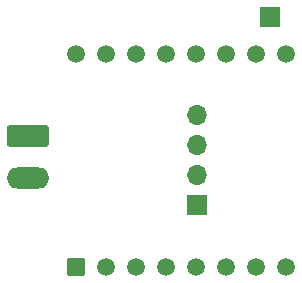
<source format=gbr>
%TF.GenerationSoftware,KiCad,Pcbnew,8.0.2*%
%TF.CreationDate,2025-01-19T23:34:00+01:00*%
%TF.ProjectId,DFPlayer_ADD_ON,4446506c-6179-4657-925f-4144445f4f4e,rev?*%
%TF.SameCoordinates,Original*%
%TF.FileFunction,Soldermask,Bot*%
%TF.FilePolarity,Negative*%
%FSLAX46Y46*%
G04 Gerber Fmt 4.6, Leading zero omitted, Abs format (unit mm)*
G04 Created by KiCad (PCBNEW 8.0.2) date 2025-01-19 23:34:00*
%MOMM*%
%LPD*%
G01*
G04 APERTURE LIST*
G04 Aperture macros list*
%AMRoundRect*
0 Rectangle with rounded corners*
0 $1 Rounding radius*
0 $2 $3 $4 $5 $6 $7 $8 $9 X,Y pos of 4 corners*
0 Add a 4 corners polygon primitive as box body*
4,1,4,$2,$3,$4,$5,$6,$7,$8,$9,$2,$3,0*
0 Add four circle primitives for the rounded corners*
1,1,$1+$1,$2,$3*
1,1,$1+$1,$4,$5*
1,1,$1+$1,$6,$7*
1,1,$1+$1,$8,$9*
0 Add four rect primitives between the rounded corners*
20,1,$1+$1,$2,$3,$4,$5,0*
20,1,$1+$1,$4,$5,$6,$7,0*
20,1,$1+$1,$6,$7,$8,$9,0*
20,1,$1+$1,$8,$9,$2,$3,0*%
G04 Aperture macros list end*
%ADD10RoundRect,0.250000X-1.550000X0.650000X-1.550000X-0.650000X1.550000X-0.650000X1.550000X0.650000X0*%
%ADD11O,3.600000X1.800000*%
%ADD12RoundRect,0.102000X0.654000X-0.654000X0.654000X0.654000X-0.654000X0.654000X-0.654000X-0.654000X0*%
%ADD13C,1.512000*%
%ADD14R,1.700000X1.700000*%
%ADD15O,1.700000X1.700000*%
G04 APERTURE END LIST*
D10*
%TO.C,J3*%
X126717500Y-86570000D03*
D11*
X126717500Y-90070000D03*
%TD*%
D12*
%TO.C,U1*%
X130770000Y-97663000D03*
D13*
X133310000Y-97663000D03*
X135850000Y-97663000D03*
X138390000Y-97663000D03*
X140930000Y-97663000D03*
X143470000Y-97663000D03*
X146010000Y-97663000D03*
X148550000Y-97663000D03*
X148550000Y-79629000D03*
X146010000Y-79629000D03*
X143470000Y-79629000D03*
X140930000Y-79629000D03*
X138390000Y-79629000D03*
X135850000Y-79629000D03*
X133310000Y-79629000D03*
X130770000Y-79629000D03*
%TD*%
D14*
%TO.C,J2*%
X141000000Y-92350000D03*
D15*
X141000000Y-89810000D03*
X141000000Y-87270000D03*
X141000000Y-84730000D03*
%TD*%
D14*
%TO.C,J1*%
X147153000Y-76454000D03*
%TD*%
M02*

</source>
